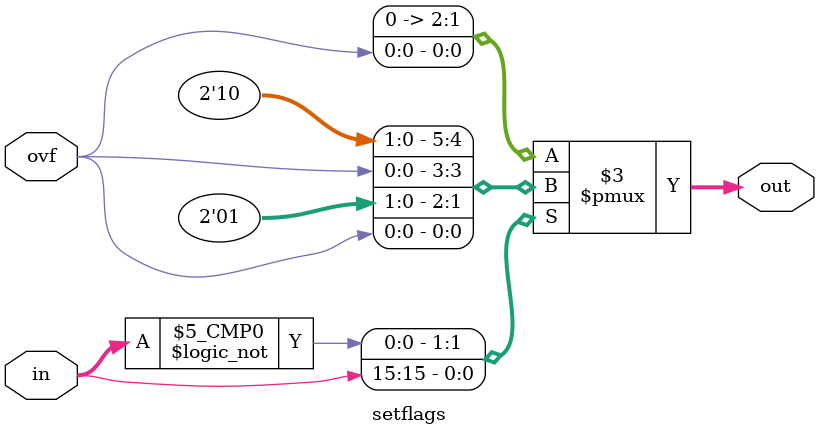
<source format=v>
/*Module performs Ain + Bin, Ain - Bin, Ain & Bin
  and ~Bin deoending on the specification of ALUop*/
module ALU(Ain,Bin,ALUop,out,Z);
input [15:0] Ain, Bin;
input [1:0] ALUop;
output [15:0] out;
reg[15:0] out;
output [2:0] Z;
wire [15:0] Addsub_out;
reg sub;
wire[2:0] Z;
wire ovf;
//assign Z = (out == 16'b0000000000000000) ? 1'b1 : 1'b0;
AddSub #(16) add(Ain,Bin,sub,Addsub_out,ovf);
setflags flagset(out,Z,ovf);
//Checking value of ALUop and doing operation specified
always@(*)begin
   case(ALUop)
    2'b00: {sub,out}={1'b0,Addsub_out};
    2'b01: {sub,out}={1'b1,Addsub_out};
    2'b10: {sub,out} = {1'bx,Ain & Bin} ;
    2'b11: {sub,out} = {1'bx,~Bin};
    default: out = {1'bx,{16{1'bx}}};
   endcase
 end
endmodule



module AddSub(a,b,sub,s,ovf) ;
  parameter n = 8 ;
  input [n-1:0] a, b ;
  input sub ;           // subtract if sub=1, otherwise add
  output [n-1:0] s ;
  output ovf ;          // 1 if overflow
  wire c1, c2 ;         // carry out of last two bits
  wire ovf = c1 ^ c2 ;  // overflow if signs don't match

  // add non sign bits
  Adder1 #(n-1) ai(a[n-2:0],b[n-2:0]^{n-1{sub}},sub,c1,s[n-2:0]) ;
  // add sign bits
  Adder1 #(1)   as(a[n-1],b[n-1]^sub,c1,c2,s[n-1]) ;
endmodule


//Multi-bit adder taken from slide set 6
module Adder1(a,b,cin,cout,s);
 parameter n=8;
 input [n-1:0] a,b;
 input cin;
 output [n-1:0] s;
 output cout;
 wire [n-1:0]s;
 wire cout;

assign {cout,s} = a + b + cin;
endmodule 

//Sets negative,ovf, and zero fla
module setflags(in,out,ovf);
input [15:0] in;
output [2:0] out;
input ovf;
reg [2:0] out; 
always @(*) begin
casex(in) 
16'b0: out ={1'b1,1'b0,ovf} ;
16'b1xxx_xxxx_xxxx_xxxx: out = {1'b0,1'b1,ovf};
default : out = {1'b0,1'b0,ovf};
endcase
end
endmodule


</source>
